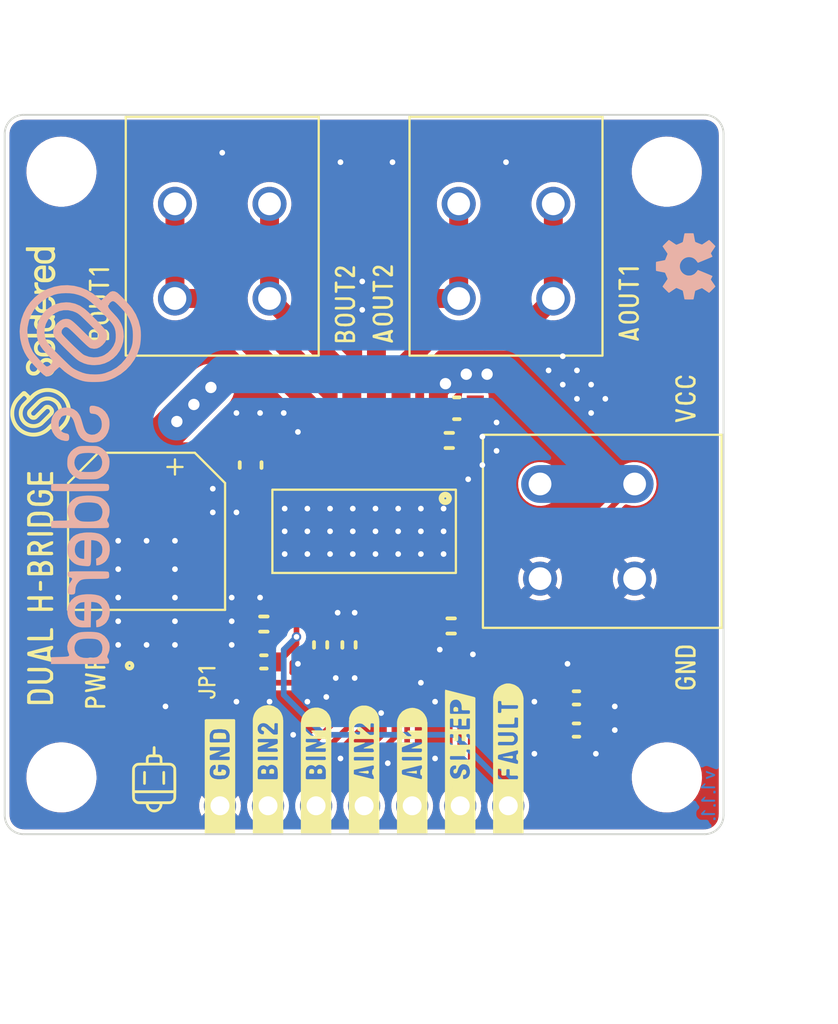
<source format=kicad_pcb>
(kicad_pcb (version 20210126) (generator pcbnew)
  (layers (0 "F.Cu" signal) (31 "B.Cu" signal) (34 "B.Paste" user) (35 "F.Paste" user) (36 "B.SilkS" user "B.Silkscreen") (37 "F.SilkS" user "F.Silkscreen") (38 "B.Mask" user) (39 "F.Mask" user) (44 "Edge.Cuts" user))
  (net 0 "")
  (net 1 "VIN")
  (net 2 "GND")
  (net 3 "5V")
  (net 4 "Net-(C6-Pad2)")
  (net 5 "Net-(C6-Pad1)")
  (net 6 "Net-(D1-Pad1)")
  (net 7 "Net-(C4-Pad2)")
  (net 8 "AOUT1")
  (net 9 "AOUT2")
  (net 10 "BOUT2")
  (net 11 "BOUT1")
  (net 12 "~SLEEP")
  (net 13 "AIN1")
  (net 14 "AIN2")
  (net 15 "BIN1")
  (net 16 "BIN2")
  (net 17 "~FAULT")
  (net 18 "Net-(R3-Pad1)")
  (net 19 "Net-(R1-Pad1)")
  (footprint "buzzardLabel" (layer "F.Cu") (at 124.08 130.4 90)
    (fp_text reference "" (at 0 0 90) (layer "F.SilkS") (effects (font (size 1.27 1.27))))
    (fp_text value "" (at 0 0 90) (layer "F.SilkS") (effects (font (size 1.27 1.27))))
  )
  (footprint "buzzardLabel" (layer "F.Cu") (at 119 130.4 90)
    (fp_text reference "" (at 0 0 90) (layer "F.SilkS") (effects (font (size 1.27 1.27))))
    (fp_text value "" (at 0 0 90) (layer "F.SilkS") (effects (font (size 1.27 1.27))))
  )
  (footprint "Soldered Graphics:Logo-Front-SolderedFULL-10mm" (layer "F.Cu") (at 101.9 104 90)
    (fp_text reference "G***" hide)
    (fp_text value "LOGO" hide)
  )
  (footprint "buzzardLabel" (layer "F.Cu") (at 118 102 90)
    (fp_text reference "" (at 0 0 90) (layer "F.SilkS") (effects (font (size 1.27 1.27))))
    (fp_text value "" (at 0 0 90) (layer "F.SilkS") (effects (font (size 1.27 1.27))))
  )
  (footprint "e-radionica.com footprinti:HOLE_3.2mm" (layer "F.Cu") (at 103 127)
    (fp_text reference "H2" hide)
    (fp_text value "HOLE_3.2mm" hide)
    (pad "" np_thru_hole circle (at 0 0) (size 3.2 3.2) (drill 3.2) (layers F&B.Cu *.Mask))
  )
  (footprint "e-radionica.com footprinti:0603R" (layer "F.Cu") (at 130.225 124.5 180)
    (fp_text reference "R6")
    (fp_text value "200k")
    (pad "1" smd rect (at -0.775 0 270) (size 1 0.64) (layers "F.Cu" "F.Paste" "F.Mask") (net 2 "GND"))
    (pad "2" smd rect (at 0.775 0 270) (size 1 0.64) (layers "F.Cu" "F.Paste" "F.Mask") (net 12 "~SLEEP"))
  )
  (footprint "e-radionica.com footprinti:0402LED" (layer "F.Cu") (at 106 122 90)
    (fp_text reference "D1")
    (fp_text value "purple")
    (pad "1" smd rect (at -0.55 0 180) (size 0.75 0.45) (layers "F.Cu" "F.Paste" "F.Mask") (net 6 "Net-(D1-Pad1)"))
    (pad "2" smd rect (at 0.55 0 180) (size 0.75 0.45) (layers "F.Cu" "F.Paste" "F.Mask") (net 2 "GND"))
  )
  (footprint "e-radionica.com footprinti:0402R" (layer "F.Cu") (at 107.5 122 -90)
    (fp_text reference "R1")
    (fp_text value "2k2")
    (pad "1" smd rect (at -0.5 0) (size 0.64 0.54) (layers "F.Cu" "F.Paste" "F.Mask") (net 19 "Net-(R1-Pad1)"))
    (pad "2" smd rect (at 0.5 0) (size 0.64 0.54) (layers "F.Cu" "F.Paste" "F.Mask") (net 6 "Net-(D1-Pad1)"))
  )
  (footprint "e-radionica.com footprinti:FIDUCIAL_23" (layer "F.Cu") (at 135.8 114)
    (fp_text reference "FD1")
    (fp_text value "FIDUCIAL")
    (fp_circle (center 0 0) (end 1 0) (layer "F.Cu") (width 0.2) (fill none))
    (pad "1" smd circle (at 0 0) (size 1 1) (layers "F.Cu" "F.Paste" "F.Mask") (clearance 1.1))
  )
  (footprint "e-radionica.com footprinti:HTSSOP-28" (layer "F.Cu") (at 119 114 -90)
    (fp_text reference "U1")
    (fp_text value "DRV8424PPWPR")
    (pad "1" smd rect (at -2.9 -4.225 270) (size 1.5 0.45) (layers "F.Cu" "F.Paste" "F.Mask") (net 7 "Net-(C4-Pad2)"))
    (pad "2" smd rect (at -2.9 -3.575 270) (size 1.5 0.45) (layers "F.Cu" "F.Paste" "F.Mask") (net 1 "VIN"))
    (pad "3" smd rect (at -2.9 -2.925 270) (size 1.5 0.45) (layers "F.Cu" "F.Paste" "F.Mask") (net 2 "GND"))
    (pad "4" smd rect (at -2.9 -2.275 270) (size 1.5 0.45) (layers "F.Cu" "F.Paste" "F.Mask") (net 8 "AOUT1"))
    (pad "5" smd rect (at -2.9 -1.625 270) (size 1.5 0.45) (layers "F.Cu" "F.Paste" "F.Mask") (net 8 "AOUT1"))
    (pad "6" smd rect (at -2.9 -0.975 270) (size 1.5 0.45) (layers "F.Cu" "F.Paste" "F.Mask") (net 9 "AOUT2"))
    (pad "7" smd rect (at -2.9 -0.325 270) (size 1.5 0.45) (layers "F.Cu" "F.Paste" "F.Mask") (net 9 "AOUT2"))
    (pad "8" smd rect (at -2.9 0.325 270) (size 1.5 0.45) (layers "F.Cu" "F.Paste" "F.Mask") (net 10 "BOUT2"))
    (pad "9" smd rect (at -2.9 0.975 270) (size 1.5 0.45) (layers "F.Cu" "F.Paste" "F.Mask") (net 10 "BOUT2"))
    (pad "10" smd rect (at -2.9 1.625 270) (size 1.5 0.45) (layers "F.Cu" "F.Paste" "F.Mask") (net 11 "BOUT1"))
    (pad "11" smd rect (at -2.9 2.275 270) (size 1.5 0.45) (layers "F.Cu" "F.Paste" "F.Mask") (net 11 "BOUT1"))
    (pad "12" smd rect (at -2.9 2.925 270) (size 1.5 0.45) (layers "F.Cu" "F.Paste" "F.Mask") (net 2 "GND"))
    (pad "13" smd rect (at -2.9 3.575 270) (size 1.5 0.45) (layers "F.Cu" "F.Paste" "F.Mask") (net 1 "VIN"))
    (pad "14" smd rect (at -2.9 4.225 270) (size 1.5 0.45) (layers "F.Cu" "F.Paste" "F.Mask") (net 2 "GND"))
    (pad "15" smd rect (at 2.9 4.225 270) (size 1.5 0.45) (layers "F.Cu" "F.Paste" "F.Mask") (net 3 "5V"))
    (pad "16" smd rect (at 2.9 3.575 270) (size 1.5 0.45) (layers "F.Cu" "F.Paste" "F.Mask") (net 17 "~FAULT"))
    (pad "17" smd rect (at 2.9 2.925 270) (size 1.5 0.45) (layers "F.Cu" "F.Paste" "F.Mask") (net 18 "Net-(R3-Pad1)"))
    (pad "18" smd rect (at 2.9 2.275 270) (size 1.5 0.45) (layers "F.Cu" "F.Paste" "F.Mask") (net 18 "Net-(R3-Pad1)"))
    (pad "19" smd rect (at 2.9 1.625 270) (size 1.5 0.45) (layers "F.Cu" "F.Paste" "F.Mask") (net 2 "GND"))
    (pad "20" smd rect (at 2.9 0.975 270) (size 1.5 0.45) (layers "F.Cu" "F.Paste" "F.Mask") (net 2 "GND"))
    (pad "21" smd rect (at 2.9 0.325 270) (size 1.5 0.45) (layers "F.Cu" "F.Paste" "F.Mask") (net 2 "GND"))
    (pad "22" smd rect (at 2.9 -0.325 270) (size 1.5 0.45) (layers "F.Cu" "F.Paste" "F.Mask") (net 16 "BIN2"))
    (pad "23" smd rect (at 2.9 -0.975 270) (size 1.5 0.45) (layers "F.Cu" "F.Paste" "F.Mask") (net 15 "BIN1"))
    (pad "24" smd rect (at 2.9 -1.625 270) (size 1.5 0.45) (layers "F.Cu" "F.Paste" "F.Mask") (net 14 "AIN2"))
    (pad "25" smd rect (at 2.9 -2.275 270) (size 1.5 0.45) (layers "F.Cu" "F.Paste" "F.Mask") (net 13 "AIN1"))
    (pad "26" smd rect (at 2.9 -2.925 270) (size 1.5 0.45) (layers "F.Cu" "F.Paste" "F.Mask") (net 12 "~SLEEP"))
    (pad "27" smd rect (at 2.9 -3.575 270) (size 1.5 0.45) (layers "F.Cu" "F.Paste" "F.Mask") (net 5 "Net-(C6-Pad1)"))
    (pad "28" smd rect (at 2.9 -4.225 270) (size 1.5 0.45) (layers "F.Cu" "F.Paste" "F.Mask") (net 4 "Net-(C6-Pad2)"))
    (pad "29" thru_hole circle (at -1.2 0.6 270) (size 0.5 0.5) (drill 0.3) (layers *.Cu) (net 2 "GND"))
    (pad "29" thru_hole circle (at 1.2 -3 270) (size 0.5 0.5) (drill 0.3) (layers *.Cu) (net 2 "GND"))
    (pad "29" thru_hole circle (at 1.2 0.6 270) (size 0.5 0.5) (drill 0.3) (layers *.Cu) (net 2 "GND"))
    (pad "29" thru_hole circle (at 0 -3 270) (size 0.5 0.5) (drill 0.3) (layers *.Cu) (net 2 "GND"))
    (pad "29" thru_hole circle (at -1.2 1.8 270) (size 0.5 0.5) (drill 0.3) (layers *.Cu) (net 2 "GND"))
    (pad "29" thru_hole circle (at -1.2 3 270) (size 0.5 0.5) (drill 0.3) (layers *.Cu) (net 2 "GND"))
    (pad "29" thru_hole circle (at 0 -0.6 270) (size 0.5 0.5) (drill 0.3) (layers *.Cu) (net 2 "GND"))
    (pad "29" thru_hole circle (at 1.2 4.2 270) (size 0.5 0.5) (drill 0.3) (layers *.Cu) (net 2 "GND"))
    (pad "29" thru_hole circle (at 1.2 -4.2 270) (size 0.5 0.5) (drill 0.3) (layers *.Cu) (net 2 "GND"))
    (pad "29" thru_hole circle (at -1.2 4.2 270) (size 0.5 0.5) (drill 0.3) (layers *.Cu) (net 2 "GND"))
    (pad "29" thru_hole circle (at -1.2 -1.8 270) (size 0.5 0.5) (drill 0.3) (layers *.Cu) (net 2 "GND"))
    (pad "29" thru_hole circle (at 0 4.2 270) (size 0.5 0.5) (drill 0.3) (layers *.Cu) (net 2 "GND"))
    (pad "29" thru_hole circle (at 0 3 270) (size 0.5 0.5) (drill 0.3) (layers *.Cu) (net 2 "GND"))
    (pad "29" smd rect (at 0 0 270) (size 3.1 4.05) (layers "F.Cu" "F.Paste" "F.Mask") (net 2 "GND"))
    (pad "29" thru_hole circle (at 1.2 1.8 270) (size 0.5 0.5) (drill 0.3) (layers *.Cu) (net 2 "GND"))
    (pad "29" thru_hole circle (at 0 0.6 270) (size 0.5 0.5) (drill 0.3) (layers *.Cu) (net 2 "GND"))
    (pad "29" thru_hole circle (at 0 -1.8 270) (size 0.5 0.5) (drill 0.3) (layers *.Cu) (net 2 "GND"))
    (pad "29" thru_hole circle (at 0 1.8 270) (size 0.5 0.5) (drill 0.3) (layers *.Cu) (net 2 "GND"))
    (pad "29" thru_hole circle (at -1.2 -0.6 270) (size 0.5 0.5) (drill 0.3) (layers *.Cu) (net 2 "GND"))
    (pad "29" thru_hole circle (at -1.2 -3 270) (size 0.5 0.5) (drill 0.3) (layers *.Cu) (net 2 "GND"))
    (pad "29" thru_hole circle (at 0 -4.2 270) (size 0.5 0.5) (drill 0.3) (layers *.Cu) (net 2 "GND"))
    (pad "29" thru_hole circle (at 1.2 3 270) (size 0.5 0.5) (drill 0.3) (layers *.Cu) (net 2 "GND"))
    (pad "29" thru_hole circle (at 1.2 -0.6 270) (size 0.5 0.5) (drill 0.3) (layers *.Cu) (net 2 "GND"))
    (pad "29" thru_hole circle (at -1.2 -4.2 270) (size 0.5 0.5) (drill 0.3) (layers *.Cu) (net 2 "GND"))
    (pad "29" thru_hole circle (at 1.2 -1.8 270) (size 0.5 0.5) (drill 0.3) (layers *.Cu) (net 2 "GND"))
  )
  (footprint "e-radionica.com footprinti:HOLE_3.2mm" (layer "F.Cu") (at 135 127)
    (fp_text reference "H3" hide)
    (fp_text value "HOLE_3.2mm" hide)
    (pad "" np_thru_hole circle (at 0 0) (size 3.2 3.2) (drill 3.2) (layers F&B.Cu *.Mask))
  )
  (footprint "e-radionica.com footprinti:0603C" (layer "F.Cu") (at 123.6 119)
    (fp_text reference "C6")
    (fp_text value "C1608X7R2A223K080AA")
    (pad "1" smd rect (at -0.73 0) (size 0.66 1) (layers "F.Cu" "F.Paste" "F.Mask") (net 5 "Net-(C6-Pad1)"))
    (pad "2" smd rect (at 0.73 0) (size 0.66 1) (layers "F.Cu" "F.Paste" "F.Mask") (net 4 "Net-(C6-Pad2)"))
  )
  (footprint "Soldered Graphics:Logo-Back-OSH-3.5mm" (layer "F.Cu") (at 136 100 90)
    (fp_text reference "G***" hide)
    (fp_text value "LOGO" hide)
  )
  (footprint "e-radionica.com footprinti:0603R" (layer "F.Cu") (at 118.2 120 90)
    (fp_text reference "R4")
    (fp_text value "10k")
    (pad "1" smd rect (at -0.775 0 180) (size 1 0.64) (layers "F.Cu" "F.Paste" "F.Mask") (net 2 "GND"))
    (pad "2" smd rect (at 0.775 0 180) (size 1 0.64) (layers "F.Cu" "F.Paste" "F.Mask") (net 18 "Net-(R3-Pad1)"))
  )
  (footprint "buzzardLabel" (layer "F.Cu") (at 104.8 122 90)
    (fp_text reference "" (at 0 0 90) (layer "F.SilkS") (effects (font (size 1.27 1.27))))
    (fp_text value "" (at 0 0 90) (layer "F.SilkS") (effects (font (size 1.27 1.27))))
  )
  (footprint "Soldered Graphics:Symbol-Front-Motor" (layer "F.Cu") (at 107.9 127.1 180)
    (fp_text reference "G***" hide)
    (fp_text value "LOGO" hide)
  )
  (footprint "buzzardLabel" (layer "F.Cu") (at 121.54 130.4 90)
    (fp_text reference "" (at 0 0 90) (layer "F.SilkS") (effects (font (size 1.27 1.27))))
    (fp_text value "" (at 0 0 90) (layer "F.SilkS") (effects (font (size 1.27 1.27))))
  )
  (footprint "buzzardLabel" (layer "F.Cu") (at 101.9 117 90)
    (fp_text reference "" (at 0 0 90) (layer "F.SilkS") (effects (font (size 1.27 1.27))))
    (fp_text value "" (at 0 0 90) (layer "F.SilkS") (effects (font (size 1.27 1.27))))
  )
  (footprint "e-radionica.com footprinti:0603R" (layer "F.Cu") (at 116.7 120 -90)
    (fp_text reference "R3")
    (fp_text value "5k1")
    (pad "1" smd rect (at -0.775 0) (size 1 0.64) (layers "F.Cu" "F.Paste" "F.Mask") (net 18 "Net-(R3-Pad1)"))
    (pad "2" smd rect (at 0.775 0) (size 1 0.64) (layers "F.Cu" "F.Paste" "F.Mask") (net 3 "5V"))
  )
  (footprint "e-radionica.com footprinti:0603R" (layer "F.Cu") (at 130.225 122.8)
    (fp_text reference "R5")
    (fp_text value "500k")
    (pad "1" smd rect (at -0.775 0 90) (size 1 0.64) (layers "F.Cu" "F.Paste" "F.Mask") (net 12 "~SLEEP"))
    (pad "2" smd rect (at 0.775 0 90) (size 1 0.64) (layers "F.Cu" "F.Paste" "F.Mask") (net 1 "VIN"))
  )
  (footprint "buzzardLabel" (layer "F.Cu") (at 136 107 90)
    (fp_text reference "" (at 0 0 90) (layer "F.SilkS") (effects (font (size 1.27 1.27))))
    (fp_text value "" (at 0 0 90) (layer "F.SilkS") (effects (font (size 1.27 1.27))))
  )
  (footprint "buzzardLabel" (layer "F.Cu") (at 110.7 122 90)
    (fp_text reference "" (at 0 0 90) (layer "F.SilkS") (effects (font (size 1.27 1.27))))
    (fp_text value "" (at 0 0 90) (layer "F.SilkS") (effects (font (size 1.27 1.27))))
  )
  (footprint "e-radionica.com footprinti:HOLE_3.2mm" (layer "F.Cu") (at 103 95)
    (fp_text reference "H1" hide)
    (fp_text value "HOLE_3.2mm" hide)
    (pad "" np_thru_hole circle (at 0 0) (size 3.2 3.2) (drill 3.2) (layers F&B.Cu *.Mask))
  )
  (footprint "e-radionica.com footprinti:SMD-JUMPER-CONNECTED_TRACE_SLODERMASK" (layer "F.Cu") (at 109.5 122 90)
    (fp_text reference "JP1")
    (fp_text value "SMD-JUMPER-CONNECTED_TRACE_SLODERMASK")
    (fp_poly (pts (xy 0.1 0.1) (xy -0.1 0.1) (xy -0.1 -0.1) (xy 0.1 -0.1)) (layer "F.Cu") (width 0.1) (fill solid))
    (pad "1" smd rect (at -0.35 0 90) (size 0.5 1) (layers "F.Cu" "F.Mask") (net 1 "VIN"))
    (pad "2" smd rect (at 0.35 0 90) (size 0.5 1) (layers "F.Cu" "F.Mask") (net 19 "Net-(R1-Pad1)"))
  )
  (footprint "buzzardLabel" (layer "F.Cu") (at 133 102 90)
    (fp_text reference "" (at 0 0 90) (layer "F.SilkS") (effects (font (size 1.27 1.27))))
    (fp_text value "" (at 0 0 90) (layer "F.SilkS") (effects (font (size 1.27 1.27))))
  )
  (footprint "e-radionica.com footprinti:ELECTROLITIC_CAP_8x8x14.5" (layer "F.Cu") (at 107.5 114 -90)
    (fp_text reference "C2")
    (fp_text value "VKMD1451K101MV")
    (pad "1" smd rect (at -3.3 0) (size 1.2 3.4) (layers "F.Cu" "F.Paste" "F.Mask") (net 1 "VIN"))
    (pad "2" smd rect (at 3.3 0) (size 1.2 3.4) (layers "F.Cu" "F.Paste" "F.Mask") (net 2 "GND"))
  )
  (footprint "buzzardLabel" (layer "F.Cu") (at 136 121.2 90)
    (fp_text reference "" (at 0 0 90) (layer "F.SilkS") (effects (font (size 1.27 1.27))))
    (fp_text value "" (at 0 0 90) (layer "F.SilkS") (effects (font (size 1.27 1.27))))
  )
  (footprint "buzzardLabel" (layer "F.Cu") (at 113.92 130.4 90)
    (fp_text reference "" (at 0 0 90) (layer "F.SilkS") (effects (font (size 1.27 1.27))))
    (fp_text value "" (at 0 0 90) (layer "F.SilkS") (effects (font (size 1.27 1.27))))
  )
  (footprint "e-radionica.com footprinti:0805C" (layer "F.Cu") (at 123.9 107.5 180)
    (fp_text reference "C3")
    (fp_text value "08051C103KAT2A")
    (pad "1" smd rect (at -0.975 0 270) (size 1.35 0.9) (layers "F.Cu" "F.Paste" "F.Mask") (net 2 "GND"))
    (pad "2" smd rect (at 0.975 0 270) (size 1.35 0.9) (layers "F.Cu" "F.Paste" "F.Mask") (net 1 "VIN"))
  )
  (footprint "e-radionica.com footprinti:HEADER_MALE_7X1" (layer "F.Cu") (at 119 128.5)
    (fp_text reference "K4")
    (fp_text value "HEADER_MALE_7X1")
    (pad "1" thru_hole circle (at -7.62 0) (size 1.7 1.7) (drill 1) (layers *.Cu *.Mask) (net 2 "GND"))
    (pad "2" thru_hole circle (at -5.08 0) (size 1.7 1.7) (drill 1) (layers *.Cu *.Mask) (net 16 "BIN2"))
    (pad "3" thru_hole circle (at -2.54 0) (size 1.7 1.7) (drill 1) (layers *.Cu *.Mask) (net 15 "BIN1"))
    (pad "4" thru_hole circle (at 0 0) (size 1.7 1.7) (drill 1) (layers *.Cu *.Mask) (net 14 "AIN2"))
    (pad "5" thru_hole circle (at 2.54 0) (size 1.7 1.7) (drill 1) (layers *.Cu *.Mask) (net 13 "AIN1"))
    (pad "6" thru_hole circle (at 5.08 0) (size 1.7 1.7) (drill 1) (layers *.Cu *.Mask) (net 12 "~SLEEP"))
    (pad "7" thru_hole circle (at 7.62 0) (size 1.7 1.7) (drill 1) (layers *.Cu *.Mask) (net 17 "~FAULT"))
  )
  (footprint "buzzardLabel" (layer "F.Cu") (at 111.38 130.4 90)
    (fp_text reference "" (at 0 0 90) (layer "F.SilkS") (effects (font (size 1.27 1.27))))
    (fp_text value "" (at 0 0 90) (layer "F.SilkS") (effects (font (size 1.27 1.27))))
  )
  (footprint "e-radionica.com footprinti:0603C" (layer "F.Cu") (at 113.7 118.9)
    (fp_text reference "C5")
    (fp_text value "100nF")
    (pad "1" smd rect (at -0.73 0) (size 0.66 1) (layers "F.Cu" "F.Paste" "F.Mask") (net 2 "GND"))
    (pad "2" smd rect (at 0.73 0) (size 0.66 1) (layers "F.Cu" "F.Paste" "F.Mask") (net 3 "5V"))
  )
  (footprint "buzzardLabel" (layer "F.Cu") (at 126.62 130.4 90)
    (fp_text reference "" (at 0 0 90) (layer "F.SilkS") (effects (font (size 1.27 1.27))))
    (fp_text value "" (at 0 0 90) (layer "F.SilkS") (effects (font (size 1.27 1.27))))
  )
  (footprint "e-radionica.com footprinti:HOLE_3.2mm" (layer "F.Cu") (at 135 95)
    (fp_text reference "H4" hide)
    (fp_text value "HOLE_3.2mm" hide)
    (pad "" np_thru_hole circle (at 0 0) (size 3.2 3.2) (drill 3.2) (layers F&B.Cu *.Mask))
  )
  (footprint "Soldered Graphics:Logo-Back-SolderedFULL-20mm" (layer "F.Cu") (at 104 111 90)
    (fp_text reference "REF**" hide)
    (fp_text value "Logo-Front-SolderedFULL-20mm" hide)
  )
  (footprint "e-radionica.com footprinti:0603R" (layer "F.Cu") (at 113.7 120.9 180)
    (fp_text reference "R2")
    (fp_text value "10k")
    (pad "1" smd rect (at -0.775 0 270) (size 1 0.64) (layers "F.Cu" "F.Paste" "F.Mask") (net 17 "~FAULT"))
    (pad "2" smd rect (at 0.775 0 270) (size 1 0.64) (layers "F.Cu" "F.Paste" "F.Mask") (net 3 "5V"))
  )
  (footprint "buzzardLabel" (layer "F.Cu") (at 120 102 90)
    (fp_text reference "" (at 0 0 90) (layer "F.SilkS") (effects (font (size 1.27 1.27))))
    (fp_text value "" (at 0 0 90) (layer "F.SilkS") (effects (font (size 1.27 1.27))))
  )
  (footprint "e-radionica.com footprinti:TERMINAL_KF235-5.0-2P" (layer "F.Cu") (at 126.5 99.2 180)
    (fp_text reference "K2")
    (fp_text value "TERMINAL_KF235-5.0-2P")
    (pad "1" thru_hole circle (at 2.5 2.5 180) (size 1.8 1.8) (drill 1.2) (layers *.Cu *.Mask) (net 9 "AOUT2"))
    (pad "1" thru_hole circle (at 2.5 -2.5 180) (size 1.8 1.8) (drill 1.2) (layers *.Cu *.Mask) (net 9 "AOUT2"))
    (pad "2" thru_hole circle (at -2.5 -2.5 180) (size 1.8 1.8) (drill 1.2) (layers *.Cu *.Mask) (net 8 "AOUT1"))
    (pad "2" thru_hole circle (at -2.5 2.5 180) (size 1.8 1.8) (drill 1.2) (layers *.Cu *.Mask) (net 8 "AOUT1"))
  )
  (footprint "e-radionica.com footprinti:TERMINAL_KF235-5.0-2P" (layer "F.Cu") (at 111.5 99.2 180)
    (fp_text reference "K3")
    (fp_text value "TERMINAL_KF235-5.0-2P")
    (pad "1" thru_hole circle (at 2.5 -2.5 180) (size 1.8 1.8) (drill 1.2) (layers *.Cu *.Mask) (net 11 "BOUT1"))
    (pad "1" thru_hole circle (at 2.5 2.5 180) (size 1.8 1.8) (drill 1.2) (layers *.Cu *.Mask) (net 11 "BOUT1"))
    (pad "2" thru_hole circle (at -2.5 2.5 180) (size 1.8 1.8) (drill 1.2) (layers *.Cu *.Mask) (net 10 "BOUT2"))
    (pad "2" thru_hole circle (at -2.5 -2.5 180) (size 1.8 1.8) (drill 1.2) (layers *.Cu *.Mask) (net 10 "BOUT2"))
  )
  (footprint "e-radionica.com footprinti:0805C" (layer "F.Cu") (at 113 110.5 90)
    (fp_text reference "C1")
    (fp_text value "08051C103KAT2A")
    (pad "1" smd rect (at -0.975 0 180) (size 1.35 0.9) (layers "F.Cu" "F.Paste" "F.Mask") (net 2 "GND"))
    (pad "2" smd rect (at 0.975 0 180) (size 1.35 0.9) (layers "F.Cu" "F.Paste" "F.Mask") (net 1 "VIN"))
  )
  (footprint "e-radionica.com footprinti:TERMINAL_KF235-5.0-2P" (layer "F.Cu") (at 130.8 114 90)
    (fp_text reference "K1")
    (fp_text value "TERMINAL_KF235-5.0-2P")
    (pad "1" thru_hole circle (at 2.5 2.5 90) (size 1.8 1.8) (drill 1.2) (layers *.Cu *.Mask) (net 1 "VIN"))
    (pad "1" thru_hole circle (at 2.5 -2.5 90) (size 1.8 1.8) (drill 1.2) (layers *.Cu *.Mask) (net 1 "VIN"))
    (pad "2" thru_hole circle (at -2.5 -2.5 90) (size 1.8 1.8) (drill 1.2) (layers *.Cu *.Mask) (net 2 "GND"))
    (pad "2" thru_hole circle (at -2.5 2.5 90) (size 1.8 1.8) (drill 1.2) (layers *.Cu *.Mask) (net 2 "GND"))
  )
  (footprint "buzzardLabel" (layer "F.Cu") (at 105 102 90)
    (fp_text reference "" (at 0 0 90) (layer "F.SilkS") (effects (font (size 1.27 1.27))))
    (fp_text value "" (at 0 0 90) (layer "F.SilkS") (effects (font (size 1.27 1.27))))
  )
  (footprint "e-radionica.com footprinti:0603C" (layer "F.Cu") (at 123.5 109.2)
    (fp_text reference "C4")
    (fp_text value "AC0603KRX7R9BB224")
    (pad "1" smd rect (at -0.73 0) (size 0.66 1) (layers "F.Cu" "F.Paste" "F.Mask") (net 1 "VIN"))
    (pad "2" smd rect (at 0.73 0) (size 0.66 1) (layers "F.Cu" "F.Paste" "F.Mask") (net 7 "Net-(C4-Pad2)"))
  )
  (footprint "buzzardLabel" (layer "F.Cu") (at 116.46 130.4 90)
    (fp_text reference "" (at 0 0 90) (layer "F.SilkS") (effects (font (size 1.27 1.27))))
    (fp_text value "" (at 0 0 90) (layer "F.SilkS") (effects (font (size 1.27 1.27))))
  )
  (footprint "Soldered Graphics:Version1.1.1." (layer "B.Cu") (at 137.2 128 -90)
    (fp_text reference "REF**" hide)
    (fp_text value "Version1.1.1." hide)
    (fp_poly (pts (xy -0.5 -0.35) (xy -0.44 -0.35) (xy -0.43 -0.31) (xy -0.43 0.35) (xy -0.46 0.38) (xy -0.52 0.38) (xy -0.55 0.34) (xy -0.67 0.22) (xy -0.68 0.17) (xy -0.65 0.16) (xy -0.56 0.22) (xy -0.52 0.23) (xy -0.52 -0.31) (xy -0.5 -0.35)) (layer "B.Cu") (width 0.01) (fill solid))
    (fp_poly (pts (xy 0.21 -0.35) (xy 0.26 -0.35) (xy 0.28 -0.31) (xy 0.28 0.35) (xy 0.24 0.38) (xy 0.19 0.38) (xy 0.15 0.34) (xy 0.04 0.22) (xy 0.02 0.17) (xy 0.05 0.16) (xy 0.14 0.22) (xy 0.18 0.23) (xy 0.18 -0.31) (xy 0.21 -0.35)) (layer "B.Cu") (width 0.01) (fill solid))
    (fp_poly (pts (xy 0.91 -0.35) (xy 0.96 -0.35) (xy 0.98 -0.31) (xy 0.98 0.35) (xy 0.95 0.38) (xy 0.89 0.38) (xy 0.86 0.34) (xy 0.74 0.22) (xy 0.73 0.17) (xy 0.76 0.16) (xy 0.85 0.22) (xy 0.89 0.23) (xy 0.89 -0.31) (xy 0.91 -0.35)) (layer "B.Cu") (width 0.01) (fill solid))
    (fp_poly (pts (xy 1.14 -0.38) (xy 1.19 -0.38) (xy 1.24 -0.37) (xy 1.25 -0.33) (xy 1.25 -0.27) (xy 1.2 -0.26) (xy 1.15 -0.26) (xy 1.12 -0.29) (xy 1.12 -0.34) (xy 1.14 -0.38)) (layer "B.Cu") (width 0.01) (fill solid))
    (fp_poly (pts (xy -0.27 -0.38) (xy -0.22 -0.38) (xy -0.17 -0.37) (xy -0.16 -0.33) (xy -0.16 -0.27) (xy -0.21 -0.26) (xy -0.26 -0.26) (xy -0.29 -0.29) (xy -0.29 -0.34) (xy -0.27 -0.38)) (layer "B.Cu") (width 0.01) (fill solid))
    (fp_poly (pts (xy -1.15 -0.35) (xy -1.1 -0.35) (xy -1.07 -0.31) (xy -0.92 0.1) (xy -0.94 0.13) (xy -0.99 0.13) (xy -1.02 0.1) (xy -1.11 -0.16) (xy -1.13 -0.21) (xy -1.15 -0.17) (xy -1.24 0.09) (xy -1.26 0.13) (xy -1.32 0.13) (xy -1.34 0.1) (xy -1.18 -0.31) (xy -1.15 -0.35)) (layer "B.Cu") (width 0.01) (fill solid))
    (fp_poly (pts (xy 0.43 -0.38) (xy 0.48 -0.38) (xy 0.54 -0.37) (xy 0.54 -0.33) (xy 0.54 -0.27) (xy 0.5 -0.26) (xy 0.45 -0.26) (xy 0.42 -0.29) (xy 0.42 -0.34) (xy 0.43 -0.38)) (layer "B.Cu") (width 0.01) (fill solid))
  )
  (gr_line (start 138 93) (end 138 129) (layer "Edge.Cuts") (width 0.1))
  (gr_arc (start 137 129) (end 137 130) (angle -90) (layer "Edge.Cuts") (width 0.1))
  (gr_arc (start 137 93) (end 137 92) (angle 90) (layer "Edge.Cuts") (width 0.1))
  (gr_line (start 137 130) (end 101 130) (layer "Edge.Cuts") (width 0.1))
  (gr_line (start 101 92) (end 137 92) (layer "Edge.Cuts") (width 0.1))
  (gr_arc (start 101 129) (end 101 130) (angle 90) (layer "Edge.Cuts") (width 0.1))
  (gr_arc (start 101 93) (end 101 92) (angle -90) (layer "Edge.Cuts") (width 0.1))
  (gr_line (start 100 129) (end 100 93) (layer "Edge.Cuts") (width 0.1))
  (segment (start 109.5 123.3) (end 108.8 124) (width 0.3) (layer "F.Cu") (net 1))
  (segment (start 113.025 109.5) (end 113 109.525) (width 0.45) (layer "F.Cu") (net 1))
  (segment (start 105.5 124) (end 104.4 122.9) (width 0.3) (layer "F.Cu") (net 1))
  (segment (start 122.575 111.1) (end 122.575 109.295) (width 0.45) (layer "F.Cu") (net 1))
  (segment (start 110.9 106.4) (end 107.5 109.8) (width 2) (layer "F.Cu") (net 1))
  (segment (start 114.8 109.5) (end 113.025 109.5) (width 0.45) (layer "F.Cu") (net 1))
  (segment (start 104.4 113.8) (end 107.5 110.7) (width 0.3) (layer "F.Cu") (net 1))
  (segment (start 115.425 111.1) (end 115.425 110.125) (width 0.45) (layer "F.Cu") (net 1))
  (segment (start 113 109.525) (end 108.675 109.525) (width 0.45) (layer "F.Cu") (net 1))
  (segment (start 107.5 109.8) (end 107.5 110.7) (width 2) (layer "F.Cu") (net 1))
  (segment (start 131 113.8) (end 131 122.8) (width 0.3) (layer "F.Cu") (net 1))
  (segment (start 122.77 109.2) (end 122.77 108.33) (width 0.8) (layer "F.Cu") (net 1))
  (segment (start 109.5 122.35) (end 109.5 123.3) (width 0.3) (layer "F.Cu") (net 1))
  (segment (start 133.3 111.5) (end 131 113.8) (width 0.3) (layer "F.Cu") (net 1))
  (segment (start 122.575 109.295) (end 122.67 109.2) (width 0.45) (layer "F.Cu") (net 1))
  (segment (start 115.425 110.125) (end 114.8 109.5) (width 0.45) (layer "F.Cu") (net 1))
  (segment (start 104.4 122.9) (end 104.4 113.8) (width 0.3) (layer "F.Cu") (net 1))
  (segment (start 122.77 108.33) (end 122.925 108.175) (width 0.8) (layer "F.Cu") (net 1))
  (segment (start 123.8 105.7) (end 122.925 106.575) (width 1) (layer "F.Cu") (net 1))
  (segment (start 108.675 109.525) (end 107.5 110.7) (width 0.45) (layer "F.Cu") (net 1))
  (segment (start 125.5 105.7) (end 123.8 105.7) (width 1) (layer "F.Cu") (net 1))
  (segment (start 122.925 106.575) (end 122.925 107.5) (width 1) (layer "F.Cu") (net 1))
  (segment (start 122.925 108.175) (end 122.925 107.5) (width 0.8) (layer "F.Cu") (net 1))
  (segment (start 108.8 124) (end 105.5 124) (width 0.3) (layer "F.Cu") (net 1))
  (via (at 123.3 106.2) (size 0.8) (drill 0.6) (layers "F.Cu" "B.Cu") (net 1))
  (via (at 110 107.3) (size 0.8) (drill 0.6) (layers "F.Cu" "B.Cu") (net 1))
  (via (at 109.1 108.2) (size 0.8) (drill 0.6) (layers "F.Cu" "B.Cu") (net 1))
  (via (at 124.4 105.7) (size 0.8) (drill 0.6) (layers "F.Cu" "B.Cu") (net 1))
  (via (at 110.9 106.4) (size 0.8) (drill 0.6) (layers "F.Cu" "B.Cu") (net 1))
  (via (at 125.5 105.7) (size 0.8) (drill 0.6) (layers "F.Cu" "B.Cu") (net 1))
  (segment (start 125.2 105.7) (end 111.6 105.7) (width 2) (layer "B.Cu") (net 1))
  (segment (start 126.3 105.7) (end 125.5 105.7) (width 2) (layer "B.Cu") (net 1))
  (segment (start 111.6 105.7) (end 110.9 106.4) (width 2) (layer "B.Cu") (net 1))
  (segment (start 110 107.3) (end 109.1 108.2) (width 2) (layer "B.Cu") (net 1))
  (segment (start 133.3 111.5) (end 132.1 111.5) (width 2) (layer "B.Cu") (net 1))
  (segment (start 133.3 111.5) (end 128.3 111.5) (width 2) (layer "B.Cu") (net 1))
  (segment (start 110.9 106.4) (end 110 107.3) (width 2) (layer "B.Cu") (net 1))
  (segment (start 132.1 111.5) (end 126.3 105.7) (width 2) (layer "B.Cu") (net 1))
  (via (at 108.5 123.25) (size 0.5) (drill 0.3) (layers "F.Cu" "B.Cu") (net 2))
  (via (at 109 116) (size 0.5) (drill 0.3) (layers "F.Cu" "B.Cu") (net 2))
  (via (at 117.5 121.75) (size 0.5) (drill 0.3) (layers "F.Cu" "B.Cu") (net 2))
  (via (at 106 117.5) (size 0.5) (drill 0.3) (layers "F.Cu" "B.Cu") (net 2))
  (via (at 126 108.25) (size 0.5) (drill 0.3) (layers "F.Cu" "B.Cu") (net 2))
  (via (at 125.25 109) (size 0.5) (drill 0.3) (layers "F.Cu" "B.Cu") (net 2))
  (via (at 115.25 124.75) (size 0.5) (drill 0.3) (layers "F.Cu" "B.Cu") (net 2))
  (via (at 106 120) (size 0.5) (drill 0.3) (layers "F.Cu" "B.Cu") (net 2))
  (via (at 115.5 108.75) (size 0.5) (drill 0.3) (layers "F.Cu" "B.Cu") (net 2))
  (via (at 119.9 123.6) (size 0.5) (drill 0.3) (layers "F.Cu" "B.Cu") (net 2))
  (via (at 107.5 114.5) (size 0.5) (drill 0.3) (layers "F.Cu" "B.Cu") (net 2))
  (via (at 117.75 126) (size 0.5) (drill 0.3) (layers "F.Cu" "B.Cu") (net 2))
  (via (at 117.75 94.5) (size 0.5) (drill 0.3) (layers "F.Cu" "B.Cu") (net 2))
  (via (at 129.75 121) (size 0.5) (drill 0.3) (layers "F.Cu" "B.Cu") (net 2))
  (via (at 130.25 107) (size 0.5) (drill 0.3) (layers "F.Cu" "B.Cu") (net 2))
  (via (at 131.75 107) (size 0.5) (drill 0.3) (layers "F.Cu" "B.Cu") (net 2))
  (via (at 131 106.25) (size 0.5) (drill 0.3) (layers "F.Cu" "B.Cu") (net 2))
  (via (at 120.5 94.5) (size 0.5) (drill 0.3) (layers "F.Cu" "B.Cu") (net 2))
  (via (at 125.25 110.5) (size 0.5) (drill 0.3) (layers "F.Cu" "B.Cu") (net 2))
  (via (at 120.25 126.25) (size 0.5) (drill 0.3) (layers "F.Cu" "B.Cu") (net 2))
  (via (at 106 118.75) (size 0.5) (drill 0.3) (layers "F.Cu" "B.Cu") (net 2))
  (via (at 113.5 117.5) (size 0.5) (drill 0.3) (layers "F.Cu" "B.Cu") (net 2))
  (via (at 112.25 113) (size 0.5) (drill 0.3) (layers "F.Cu" "B.Cu") (net 2))
  (via (at 128.75 105.5) (size 0.5) (drill 0.3) (layers "F.Cu" "B.Cu") (net 2))
  (via (at 128 125.75) (size 0.5) (drill 0.3) (layers "F.Cu" "B.Cu") (net 2))
  (via (at 131.25 125.75) (size 0.5) (drill 0.3) (layers "F.Cu" "B.Cu") (net 2))
  (via (at 107.5 120) (size 0.5) (drill 0.3) (layers "F.Cu" "B.Cu") (net 2))
  (via (at 109 117.5) (size 0.5) (drill 0.3) (layers "F.Cu" "B.Cu") (net 2))
  (via (at 112 118.75) (size 0.5) (drill 0.3) (layers "F.Cu" "B.Cu") (net 2))
  (via (at 130.25 105.5) (size 0.5) (drill 0.3) (layers "F.Cu" "B.Cu") (net 2))
  (via (at 114 123) (size 0.5) (drill 0.3) (layers "F.Cu" "B.Cu") (net 2))
  (via (at 117.6 118.3) (size 0.5) (drill 0.3) (layers "F.Cu" "B.Cu") (net 2))
  (via (at 118.9 102.3) (size 0.5) (drill 0.3) (layers "F.Cu" "B.Cu") (net 2))
  (via (at 129.5 104.75) (size 0.5) (drill 0.3) (layers "F.Cu" "B.Cu") (net 2))
  (via (at 112.25 123) (size 0.5) (drill 0.3) (layers "F.Cu" "B.Cu") (net 2))
  (via (at 126.5 94.5) (size 0.5) (drill 0.3) (layers "F.Cu" "B.Cu") (net 2))
  (via (at 106 114.5) (size 0.5) (drill 0.3) (layers "F.Cu" "B.Cu") (net 2))
  (via (at 124.5 111.25) (size 0.5) (drill 0.3) (layers "F.Cu" "B.Cu") (net 2))
  (via (at 123 120.25) (size 0.5) (drill 0.3) (layers "F.Cu" "B.Cu") (net 2))
  (via (at 122.75 126) (size 0.5) (drill 0.3) (layers "F.Cu" "B.Cu") (net 2))
  (via (at 112.25 107.75) (size 0.5) (drill 0.3) (layers "F.Cu" "B.Cu") (net 2))
  (via (at 118.9 100.8) (size 0.5) (drill 0.3) (layers "F.Cu" "B.Cu") (net 2))
  (via (at 122.75 123) (size 0.5) (drill 0.3) (layers "F.Cu" "B.Cu") (net 2))
  (via (at 111 111.75) (size 0.5) (drill 0.3) (layers "F.Cu" "B.Cu") (net 2))
  (via (at 122 122) (size 0.5) (drill 0.3) (layers "F.Cu" "B.Cu") (net 2))
  (via (at 112 120) (size 0.5) (drill 0.3) (layers "F.Cu" "B.Cu") (net 2))
  (via (at 115.5 121) (size 0.5) (drill 0.3) (layers "F.Cu" "B.Cu") (net 2))
  (via (at 117 122.75) (size 0.5) (drill 0.3) (layers "F.Cu" "B.Cu") (net 2))
  (via (at 126 109.75) (size 0.5) (drill 0.3) (layers "F.Cu" "B.Cu") (net 2))
  (via (at 124.75 120.5) (size 0.5) (drill 0.3) (layers "F.Cu" "B.Cu") (net 2))
  (via (at 129.5 106.25) (size 0.5) (drill 0.3) (layers "F.Cu" "B.Cu") (net 2))
  (via (at 132.25 124.5) (size 0.5) (drill 0.3) (layers "F.Cu" "B.Cu") (net 2))
  (via (at 118.5 118.3) (size 0.5) (drill 0.3) (layers "F.Cu" "B.Cu") (net 2))
  (via (at 131 107.75) (size 0.5) (drill 0.3) (layers "F.Cu" "B.Cu") (net 2))
  (via (at 106 116) (size 0.5) (drill 0.3) (layers "F.Cu" "B.Cu") (net 2))
  (via (at 113.5 107.75) (size 0.5) (drill 0.3) (layers "F.Cu" "B.Cu") (net 2))
  (via (at 118.5 121.75) (size 0.5) (drill 0.3) (layers "F.Cu" "B.Cu") (net 2))
  (via (at 128 123) (size 0.5) (drill 0.3) (layers "F.Cu" "B.Cu") (net 2))
  (via (at 111 113) (size 0.5) (drill 0.3) (layers "F.Cu" "B.Cu") (net 2))
  (via (at 111.5 94) (size 0.5) (drill 0.3) (layers "F.Cu" "B.Cu") (net 2))
  (via (at 132.25 123.25) (size 0.5) (drill 0.3) (layers "F.Cu" "B.Cu") (net 2))
  (via (at 114.75 107.75) (size 0.5) (drill 0.3) (layers "F.Cu" "B.Cu") (net 2))
  (via (at 109 120) (size 0.5) (drill 0.3) (layers "F.Cu" "B.Cu") (net 2))
  (via (at 109 114.5) (size 0.5) (drill 0.3) (layers "F.Cu" "B.Cu") (net 2))
  (via (at 109 118.75) (size 0.5) (drill 0.3) (layers "F.Cu" "B.Cu") (net 2))
  (via (at 116 123) (size 0.5) (drill 0.3) (layers "F.Cu" "B.Cu") (net 2))
  (via (at 112 117.5) (size 0.5) (drill 0.3) (layers "F.Cu" "B.Cu") (net 2))
  (segment (start 114.775 116.9) (end 114.775 118.555) (width 0.3) (layer "F.Cu") (net 3))
  (segment (start 116 122) (end 116.7 121.3) (width 0.3) (layer "F.Cu") (net 3))
  (segment (start 112.925 120.74) (end 114.43 119.235) (width 0.3) (layer "F.Cu") (net 3))
  (segment (start 113.4 122) (end 116 122) (width 0.3) (layer "F.Cu") (net 3))
  (segment (start 112.925 121.525) (end 113.4 122) (width 0.3) (layer "F.Cu") (net 3))
  (segment (start 114.43 119.235) (end 114.43 118.9) (width 0.3) (layer "F.Cu") (net 3))
  (segment (start 112.925 120.9) (end 112.925 120.74) (width 0.3) (layer "F.Cu") (net 3))
  (segment (start 114.775 118.555) (end 114.43 118.9) (width 0.3) (layer "F.Cu") (net 3))
  (segment (start 116.7 121.3) (end 116.7 120.775) (width 0.3) (layer "F.Cu") (net 3))
  (segment (start 112.925 120.9) (end 112.925 121.525) (width 0.3) (layer "F.Cu") (net 3))
  (segment (start 124.33 118.53) (end 124.33 119) (width 0.45) (layer "F.Cu") (net 4))
  (segment (start 123.225 116.9) (end 123.225 117.425) (width 0.45) (layer "F.Cu") (net 4))
  (segment (start 123.225 117.425) (end 124.33 118.53) (width 0.45) (layer "F.Cu") (net 4))
  (segment (start 122.575 118.705) (end 122.87 119) (width 0.45) (layer "F.Cu") (net 5))
  (segment (start 122.575 116.9) (end 122.575 118.705) (width 0.45) (layer "F.Cu") (net 5))
  (segment (start 107.45 122.55) (end 107.5 122.5) (width 0.3) (layer "F.Cu") (net 6))
  (segment (start 106 122.55) (end 107.45 122.55) (width 0.3) (layer "F.Cu") (net 6))
  (segment (start 124.13 109.77) (end 124.13 109.2) (width 0.45) (layer "F.Cu") (net 7))
  (segment (start 123.225 110.675) (end 124.13 109.77) (width 0.45) (layer "F.Cu") (net 7))
  (segment (start 123.225 111.1) (end 123.225 110.675) (width 0.45) (layer "F.Cu") (net 7))
  (segment (start 120.95 105.35) (end 120.95 109.2) (width 1) (layer "F.Cu") (net 8))
  (segment (start 122.6 103.7) (end 120.95 105.35) (width 1) (layer "F.Cu") (net 8))
  (segment (start 127 103.7) (end 122.6 103.7) (width 1) (layer "F.Cu") (net 8))
  (segment (start 129 96.7) (end 129 101.7) (width 1) (layer "F.Cu") (net 8))
  (segment (start 129 101.7) (end 127 103.7) (width 1) (layer "F.Cu") (net 8))
  (segment (start 119.65 103.25) (end 119.65 109.25) (width 1) (layer "F.Cu") (net 9))
  (segment (start 124 101.7) (end 121.2 101.7) (width 1) (layer "F.Cu") (net 9))
  (segment (start 124 101.7) (end 124 96.7) (width 1) (layer "F.Cu") (net 9))
  (segment (start 121.2 101.7) (end 119.65 103.25) (width 1) (layer "F.Cu") (net 9))
  (segment (start 118.35 106.05) (end 118.35 109.2) (width 1) (layer "F.Cu") (net 10))
  (segment (start 114 101.7) (end 114 96.7) (width 1) (layer "F.Cu") (net 10))
  (segment (start 114 101.7) (end 118.35 106.05) (width 1) (layer "F.Cu") (net 10))
  (segment (start 109 101.7) (end 110.5 101.7) (width 1) (layer "F.Cu") (net 11))
  (segment (start 110.5 101.7) (end 117.05 108.25) (width 1) (layer "F.Cu") (net 11))
  (segment (start 109 101.7) (end 109 96.7) (width 1) (layer "F.Cu") (net 11))
  (segment (start 117.05 108.25) (end 117.05 109.2) (width 1) (layer "F.Cu") (net 11))
  (segment (start 121.925 116.9) (end 121.925 120.925) (width 0.3) (layer "F.Cu") (net 12))
  (segment (start 127.75 124.5) (end 129.45 124.5) (width 0.3) (layer "F.Cu") (net 12))
  (segment (start 129.45 124.5) (end 129.45 122.8) (width 0.3) (layer "F.Cu") (net 12))
  (segment (start 124.08 123.08) (end 124 123) (width 0.3) (layer "F.Cu") (net 12))
  (segment (start 121.925 120.925) (end 124 123) (width 0.3) (layer "F.Cu") (net 12))
  (segment (start 124.08 128.5) (end 124.08 123.08) (width 0.3) (layer "F.Cu") (net 12))
  (segment (start 125.5 124.5) (end 129.45 124.5) (width 0.3) (layer "F.Cu") (net 12))
  (segment (start 124 123) (end 125.5 124.5) (width 0.3) (layer "F.Cu") (net 12))
  (segment (start 121.275 116.9) (end 121.275 128.235) (width 0.3) (layer "F.Cu") (net 13))
  (segment (start 121.275 128.235) (end 121.54 128.5) (width 0.3) (layer "F.Cu") (net 13))
  (segment (start 120.6 124.9) (end 119 126.5) (width 0.3) (layer "F.Cu") (net 14))
  (segment (start 120.625 116.9) (end 120.625 117.675) (width 0.3) (layer "F.Cu") (net 14))
  (segment (start 119 126.5) (end 119 128.5) (width 0.3) (layer "F.Cu") (net 14))
  (segment (start 120.6 117.7) (end 120.6 124.9) (width 0.3) (layer "F.Cu") (net 14))
  (segment (start 120.625 117.675) (end 120.6 117.7) (width 0.3) (layer "F.Cu") (net 14))
  (segment (start 116.46 126.04) (end 116.46 128.5) (width 0.3) (layer "F.Cu") (net 15))
  (segment (start 119.975 122.525) (end 116.46 126.04) (width 0.3) (layer "F.Cu") (net 15))
  (segment (start 119.975 116.9) (end 119.975 122.525) (width 0.3) (layer "F.Cu") (net 15))
  (segment (start 119.325 122.175) (end 113.92 127.58) (width 0.3) (layer "F.Cu") (net 16))
  (segment (start 119.325 116.9) (end 119.325 122.175) (width 0.3) (layer "F.Cu") (net 16))
  (segment (start 113.92 127.58) (end 113.92 128.5) (width 0.3) (layer "F.Cu") (net 16))
  (segment (start 115.425 119.575) (end 115.425 119.95) (width 0.3) (layer "F.Cu") (net 17))
  (segment (start 115.425 119.95) (end 114.475 120.9) (width 0.3) (layer "F.Cu") (net 17))
  (segment (start 115.425 116.9) (end 115.425 119.575) (width 0.3) (layer "F.Cu") (net 17))
  (via (at 115.425 119.575) (size 0.5) (drill 0.3) (layers "F.Cu" "B.Cu") (net 17))
  (segment (start 123.75 124.75) (end 126.62 127.62) (width 0.3) (layer "B.Cu") (net 17))
  (segment (start 115.425 119.575) (end 114.75 120.25) (width 0.3) (layer "B.Cu") (net 17))
  (segment (start 114.75 122.638017) (end 116.861983 124.75) (width 0.3) (layer "B.Cu") (net 17))
  (segment (start 114.75 120.25) (end 114.75 122.638017) (width 0.3) (layer "B.Cu") (net 17))
  (segment (start 126.62 127.62) (end 126.62 128.5) (width 0.3) (layer "B.Cu") (net 17))
  (segment (start 116.861983 124.75) (end 123.75 124.75) (width 0.3) (layer "B.Cu") (net 17))
  (segment (start 116.625 119.225) (end 116.7 119.225) (width 0.3) (layer "F.Cu") (net 18))
  (segment (start 116.725 116.9) (end 116.725 119.2) (width 0.3) (layer "F.Cu") (net 18))
  (segment (start 116.075 116.9) (end 116.075 118.675) (width 0.3) (layer "F.Cu") (net 18))
  (segment (start 116.7 119.225) (end 118.2 119.225) (width 0.3) (layer "F.Cu") (net 18))
  (segment (start 116.075 118.675) (end 116.625 119.225) (width 0.3) (layer "F.Cu") (net 18))
  (segment (start 116.725 119.2) (end 116.7 119.225) (width 0.3) (layer "F.Cu") (net 18))
  (segment (start 108.3 121.5) (end 108.45 121.65) (width 0.3) (layer "F.Cu") (net 19))
  (segment (start 108.45 121.65) (end 109.5 121.65) (width 0.3) (layer "F.Cu") (net 19))
  (segment (start 107.5 121.5) (end 108.3 121.5) (width 0.3) (layer "F.Cu") (net 19))
  (zone (net 10) (net_name "BOUT2") (layer "F.Cu") (priority 3) (connect_pads yes (clearance 0.254)) (min_thickness 0.254) (fill yes (thermal_gap 0.254) (thermal_bridge_width 0.254))
    (polygon (pts (xy 118.85 109) (xy 118.85 111.8) (xy 118.45 111.8) (xy 118.45 110) (xy 118.25 110) (xy 118.25 111.8) (xy 117.85 111.8) (xy 117.85 109) (xy 118 108.85) (xy 118.7 108.85)))
  )
  (zone (net 0) (net_name "") (layer "F.Cu") (connect_pads (clearance 0)) (min_thickness 0.254)
    (keepout (tracks not_allowed) (vias allowed) (pads allowed) (copperpour not_allowed) (footprints allowed))
    (fill (thermal_gap 0.254) (thermal_bridge_width 0.6))
    (polygon (pts (xy 118.45 117.6) (xy 118.25 117.6) (xy 118.25 116.2) (xy 118.45 116.2)))
  )
  (zone (net 0) (net_name "") (layer "F.Cu") (connect_pads (clearance 0)) (min_thickness 0.254)
    (keepout (tracks not_allowed) (vias allowed) (pads allowed) (copperpour not_allowed) (footprints allowed))
    (fill (thermal_gap 0.254) (thermal_bridge_width 0.6))
    (polygon (pts (xy 117.8 117.6) (xy 117.6 117.6) (xy 117.6 116.2) (xy 117.8 116.2)))
  )
  (zone (net 2) (net_name "GND") (layers F&B.Cu) (connect_pads (clearance 0.254)) (min_thickness 0.254) (fill yes (thermal_gap 0.254) (thermal_bridge_width 0.6))
    (polygon (pts (xy 138 130) (xy 100 130) (xy 100 92) (xy 138 92)))
  )
  (zone (net 11) (net_name "BOUT1") (layer "F.Cu") (priority 3) (connect_pads yes (clearance 0.254)) (min_thickness 0.254) (fill yes (thermal_gap 0.254) (thermal_bridge_width 0.254))
    (polygon (pts (xy 117.55 109) (xy 117.55 111.8) (xy 117.15 111.8) (xy 117.15 110) (xy 116.95 110) (xy 116.95 111.8) (xy 116.55 111.8) (xy 116.55 109) (xy 116.7 108.85) (xy 117.4 108.85)))
  )
  (zone (net 2) (net_name "GND") (layers F&B.Cu) (connect_pads yes (clearance 0.254)) (min_thickness 0.254) (fill yes (thermal_gap 0.254) (thermal_bridge_width 0.6))
    (polygon (pts (xy 122.1 112.1) (xy 124.3 112.1) (xy 124.3 115.9) (xy 118.8 115.9) (xy 118.8 116.8) (xy 118.5 116.8) (xy 118.5 115.9) (xy 118.2 115.9) (xy 118.2 116.8) (xy 117.9 116.8) (xy 117.9 115.9) (xy 117.5 115.9) (xy 117.5 116.9) (xy 117.2 116.9) (xy 117.2 115.9) (xy 113.7 115.9) (xy 113.7 112.1) (xy 114.6 112.1) (xy 114.6 111.1) (xy 115 111.1) (xy 115 112.1) (xy 115.9 112.1) (xy 115.9 111.1) (xy 116.3 111.1) (xy 116.3 112.1) (xy 121.7 112.1) (xy 121.7 111) (xy 122.1 111)))
  )
  (zone (net 8) (net_name "AOUT1") (layer "F.Cu") (priority 3) (connect_pads yes (clearance 0.254)) (min_thickness 0.254) (fill yes (thermal_gap 0.254) (thermal_bridge_width 0.254))
    (polygon (pts (xy 121.45 109) (xy 121.45 111.8) (xy 121.05 111.8) (xy 121.05 110) (xy 120.85 110) (xy 120.85 111.8) (xy 120.45 111.8) (xy 120.45 109) (xy 120.6 108.85) (xy 121.3 108.85)))
  )
  (zone (net 9) (net_name "AOUT2") (layer "F.Cu") (priority 3) (connect_pads yes (clearance 0.254)) (min_thickness 0.254) (fill yes (thermal_gap 0.254) (thermal_bridge_width 0.254))
    (polygon (pts (xy 120.15 109) (xy 120.15 111.8) (xy 119.75 111.8) (xy 119.75 110) (xy 119.55 110) (xy 119.55 111.8) (xy 119.15 111.8) (xy 119.15 109) (xy 119.3 108.85) (xy 120 108.85)))
  )
)
</source>
